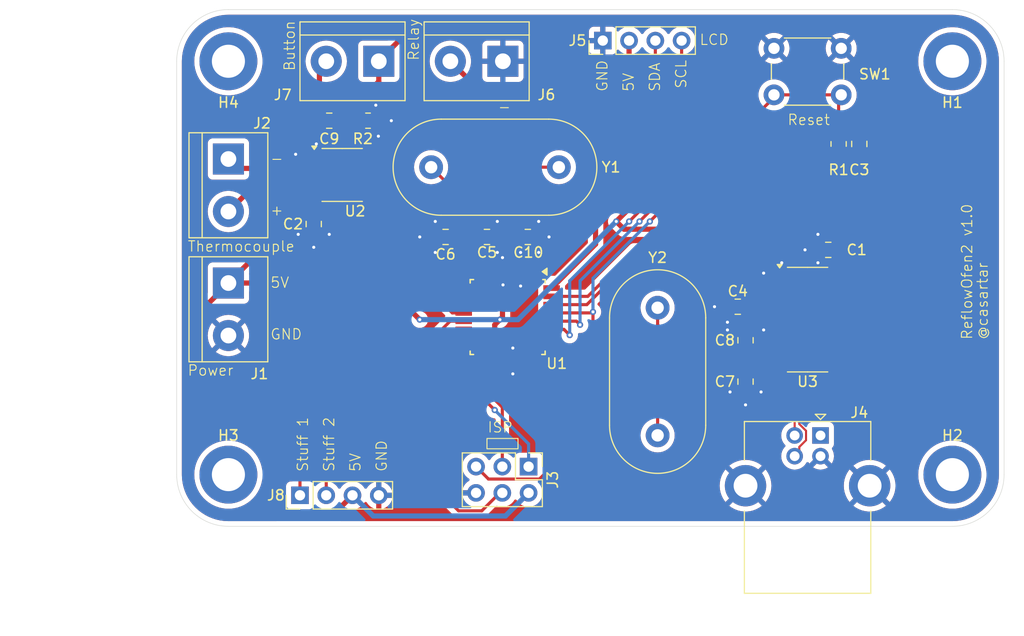
<source format=kicad_pcb>
(kicad_pcb (version 20240108) (generator "pcbnew") (generator_version "8.0")
  (layers (0 "F.Cu" signal) (31 "B.Cu" signal) (34 "B.Paste" user) (35 "F.Paste" user) (36 "B.SilkS" user "B.Silkscreen") (37 "F.SilkS" user "F.Silkscreen") (38 "B.Mask" user) (39 "F.Mask" user) (44 "Edge.Cuts" user))
  (net 0 "")
  (net 1 "RESET")
  (net 2 "GND")
  (net 3 "Net-(U1-XTAL1{slash}PB6)")
  (net 4 "Net-(U1-XTAL2{slash}PB7)")
  (net 5 "+5V")
  (net 6 "Button")
  (net 7 "MISO")
  (net 8 "SCK")
  (net 9 "MOSI")
  (net 10 "SCL")
  (net 11 "SDA")
  (net 12 "Stuff 2")
  (net 13 "Stuff 1")
  (net 16 "Net-(U1-PD7)")
  (net 18 "Net-(U1-PD6)")
  (net 20 "Net-(U1-PD1)")
  (net 23 "Net-(U1-PD0)")
  (net 26 "/D-")
  (net 27 "/D+")
  (net 28 "MAX6675_SCK")
  (net 29 "Net-(U3-~{DTR})")
  (net 30 "Net-(U3-V3)")
  (net 31 "Net-(U3-XO)")
  (net 32 "Net-(U3-XI)")
  (net 37 "Net-(J2-Pin_1)")
  (net 38 "Net-(J2-Pin_2)")
  (net 47 "Relay")
  (footprint "Capacitor_SMD:C_0805_2012Metric" (layer "F.Cu") (at 113.25 120.75 -90)
    (property "Reference" "C2" (at 0 2 180) (layer "F.SilkS"))
    (property "Value" "100nF")
    (pad "1" smd roundrect (at -0.95 0 270) (size 1 1.45) (layers "F.Cu" "F.Paste" "F.Mask") (net 5 "+5V"))
    (pad "2" smd roundrect (at 0.95 0 270) (size 1 1.45) (layers "F.Cu" "F.Paste" "F.Mask") (net 2 "GND"))
  )
  (footprint "Capacitor_SMD:C_0805_2012Metric" (layer "F.Cu") (at 130 122)
    (property "Reference" "C5" (at 0 1.5 0) (layer "F.SilkS"))
    (property "Value" "20pF")
    (pad "1" smd roundrect (at -0.95 0) (size 1 1.45) (layers "F.Cu" "F.Paste" "F.Mask") (net 3 "Net-(U1-XTAL1{slash}PB6)"))
    (pad "2" smd roundrect (at 0.95 0) (size 1 1.45) (layers "F.Cu" "F.Paste" "F.Mask") (net 2 "GND"))
  )
  (footprint "Resistor_SMD:R_0805_2012Metric" (layer "F.Cu") (at 118.5 110.75)
    (property "Reference" "R2" (at -0.5 1.75 360) (layer "F.SilkS"))
    (property "Value" "10k")
    (pad "1" smd roundrect (at -0.9125 0) (size 1.025 1.4) (layers "F.Cu" "F.Paste" "F.Mask") (roundrect_rratio 0.243902) (net 6 "Button"))
    (pad "2" smd roundrect (at 0.9125 0) (size 1.025 1.4) (layers "F.Cu" "F.Paste" "F.Mask") (roundrect_rratio 0.243902) (net 2 "GND"))
  )
  (footprint "Capacitor_SMD:C_0805_2012Metric" (layer "F.Cu") (at 155 136 90)
    (property "Reference" "C7" (at 0 -2 0) (layer "F.SilkS"))
    (property "Value" "20pF")
    (pad "1" smd roundrect (at -0.95 0 90) (size 1 1.45) (layers "F.Cu" "F.Paste" "F.Mask") (net 2 "GND"))
    (pad "2" smd roundrect (at 0.95 0 90) (size 1 1.45) (layers "F.Cu" "F.Paste" "F.Mask") (net 31 "Net-(U3-XO)"))
  )
  (footprint "MountingHole:MountingHole_3.2mm_M3_DIN965_Pad" (layer "F.Cu") (at 105 105)
    (property "Reference" "H4" (at 0 4 0) (layer "F.SilkS"))
    (property "Value" "MountingHole_Pad")
    (pad "1" thru_hole circle (at 0 0) (size 5.6 5.6) (drill 3.2) (layers "*.Cu" "*.Mask"))
  )
  (footprint "Crystal:Crystal_HC51-U_Vertical" (layer "F.Cu") (at 146.5 128.85 -90)
    (property "Reference" "Y2" (at -4.85 0 180) (layer "F.SilkS"))
    (property "Value" "12MHz")
    (pad "1" thru_hole circle (at 0 0 270) (size 2.3 2.3) (drill 1.2) (layers "*.Cu" "*.Mask") (net 32 "Net-(U3-XI)"))
    (pad "2" thru_hole circle (at 12.35 0 270) (size 2.3 2.3) (drill 1.2) (layers "*.Cu" "*.Mask") (net 31 "Net-(U3-XO)"))
  )
  (footprint "Package_QFP:TQFP-32_7x7mm_P0.8mm" (layer "F.Cu") (at 132 129.75 -90)
    (property "Reference" "U1" (at 4.5 -4.75 180) (layer "F.SilkS"))
    (property "Value" "ATmega328P-A")
    (pad "1" smd rect (at -4.25 -2.8 270) (size 1.6 0.55) (layers "F.Cu" "F.Paste" "F.Mask") (net 47 "Relay"))
    (pad "2" smd rect (at -4.25 -2 270) (size 1.6 0.55) (layers "F.Cu" "F.Paste" "F.Mask"))
    (pad "3" smd rect (at -4.25 -1.2 270) (size 1.6 0.55) (layers "F.Cu" "F.Paste" "F.Mask") (net 2 "GND"))
    (pad "4" smd rect (at -4.25 -0.4 270) (size 1.6 0.55) (layers "F.Cu" "F.Paste" "F.Mask") (net 5 "+5V"))
    (pad "5" smd rect (at -4.25 0.4 270) (size 1.6 0.55) (layers "F.Cu" "F.Paste" "F.Mask") (net 2 "GND"))
    (pad "6" smd rect (at -4.25 1.2 270) (size 1.6 0.55) (layers "F.Cu" "F.Paste" "F.Mask") (net 5 "+5V"))
    (pad "7" smd rect (at -4.25 2 270) (size 1.6 0.55) (layers "F.Cu" "F.Paste" "F.Mask") (net 3 "Net-(U1-XTAL1{slash}PB6)"))
    (pad "8" smd rect (at -4.25 2.8 270) (size 1.6 0.55) (layers "F.Cu" "F.Paste" "F.Mask") (net 4 "Net-(U1-XTAL2{slash}PB7)"))
    (pad "9" smd rect (at -2.8 4.25) (size 1.6 0.55) (layers "F.Cu" "F.Paste" "F.Mask"))
    (pad "10" smd rect (at -2 4.25) (size 1.6 0.55) (layers "F.Cu" "F.Paste" "F.Mask") (net 18 "Net-(U1-PD6)"))
    (pad "11" smd rect (at -1.2 4.25) (size 1.6 0.55) (layers "F.Cu" "F.Paste" "F.Mask") (net 16 "Net-(U1-PD7)"))
    (pad "12" smd rect (at -0.4 4.25) (size 1.6 0.55) (layers "F.Cu" "F.Paste" "F.Mask") (net 28 "MAX6675_SCK"))
    (pad "13" smd rect (at 0.4 4.25) (size 1.6 0.55) (layers "F.Cu" "F.Paste" "F.Mask") (net 13 "Stuff 1"))
    (pad "14" smd rect (at 1.2 4.25) (size 1.6 0.55) (layers "F.Cu" "F.Paste" "F.Mask") (net 12 "Stuff 2"))
    (pad "15" smd rect (at 2 4.25) (size 1.6 0.55) (layers "F.Cu" "F.Paste" "F.Mask") (net 9 "MOSI"))
    (pad "16" smd rect (at 2.8 4.25) (size 1.6 0.55) (layers "F.Cu" "F.Paste" "F.Mask") (net 7 "MISO"))
    (pad "17" smd rect (at 4.25 2.8 270) (size 1.6 0.55) (layers "F.Cu" "F.Paste" "F.Mask") (net 8 "SCK"))
    (pad "18" smd rect (at 4.25 2 270) (size 1.6 0.55) (layers "F.Cu" "F.Paste" "F.Mask") (net 5 "+5V"))
    (pad "19" smd rect (at 4.25 1.2 270) (size 1.6 0.55) (layers "F.Cu" "F.Paste" "F.Mask"))
    (pad "20" smd rect (at 4.25 0.4 270) (size 1.6 0.55) (layers "F.Cu" "F.Paste" "F.Mask") (net 5 "+5V"))
    (pad "21" smd rect (at 4.25 -0.4 270) (size 1.6 0.55) (layers "F.Cu" "F.Paste" "F.Mask") (net 2 "GND"))
    (pad "22" smd rect (at 4.25 -1.2 270) (size 1.6 0.55) (layers "F.Cu" "F.Paste" "F.Mask"))
    (pad "23" smd rect (at 4.25 -2 270) (size 1.6 0.55) (layers "F.Cu" "F.Paste" "F.Mask"))
    (pad "24" smd rect (at 4.25 -2.8 270) (size 1.6 0.55) (layers "F.Cu" "F.Paste" "F.Mask"))
    (pad "25" smd rect (at 2.8 -4.25) (size 1.6 0.55) (layers "F.Cu" "F.Paste" "F.Mask"))
    (pad "26" smd rect (at 2 -4.25) (size 1.6 0.55) (layers "F.Cu" "F.Paste" "F.Mask"))
    (pad "27" smd rect (at 1.2 -4.25) (size 1.6 0.55) (layers "F.Cu" "F.Paste" "F.Mask") (net 11 "SDA"))
    (pad "28" smd rect (at 0.4 -4.25) (size 1.6 0.55) (layers "F.Cu" "F.Paste" "F.Mask") (net 10 "SCL"))
    (pad "29" smd rect (at -0.4 -4.25) (size 1.6 0.55) (layers "F.Cu" "F.Paste" "F.Mask") (net 1 "RESET"))
    (pad "30" smd rect (at -1.2 -4.25) (size 1.6 0.55) (layers "F.Cu" "F.Paste" "F.Mask") (net 23 "Net-(U1-PD0)"))
    (pad "31" smd rect (at -2 -4.25) (size 1.6 0.55) (layers "F.Cu" "F.Paste" "F.Mask") (net 20 "Net-(U1-PD1)"))
    (pad "32" smd rect (at -2.8 -4.25) (size 1.6 0.55) (layers "F.Cu" "F.Paste" "F.Mask") (net 6 "Button"))
  )
  (footprint "Package_SO:SOIC-8_3.9x4.9mm_P1.27mm" (layer "F.Cu") (at 116 116)
    (property "Reference" "U2" (at 1.25 3.5 0) (layer "F.SilkS"))
    (property "Value" "MAX6675")
    (pad "1" smd roundrect (at -2.475 -1.905) (size 1.95 0.6) (layers "F.Cu" "F.Paste" "F.Mask") (net 2 "GND"))
    (pad "2" smd roundrect (at -2.475 -0.635) (size 1.95 0.6) (layers "F.Cu" "F.Paste" "F.Mask") (net 37 "Net-(J2-Pin_1)"))
    (pad "3" smd roundrect (at -2.475 0.635) (size 1.95 0.6) (layers "F.Cu" "F.Paste" "F.Mask") (net 38 "Net-(J2-Pin_2)"))
    (pad "4" smd roundrect (at -2.475 1.905) (size 1.95 0.6) (layers "F.Cu" "F.Paste" "F.Mask") (net 5 "+5V"))
    (pad "5" smd roundrect (at 2.475 1.905) (size 1.95 0.6) (layers "F.Cu" "F.Paste" "F.Mask") (net 28 "MAX6675_SCK"))
    (pad "6" smd roundrect (at 2.475 0.635) (size 1.95 0.6) (layers "F.Cu" "F.Paste" "F.Mask") (net 16 "Net-(U1-PD7)"))
    (pad "7" smd roundrect (at 2.475 -0.635) (size 1.95 0.6) (layers "F.Cu" "F.Paste" "F.Mask") (net 18 "Net-(U1-PD6)"))
    (pad "8" smd roundrect (at 2.475 -1.905) (size 1.95 0.6) (layers "F.Cu" "F.Paste" "F.Mask"))
  )
  (footprint "Resistor_SMD:R_0805_2012Metric" (layer "F.Cu") (at 164 113 90)
    (property "Reference" "R1" (at -2.5 0 0) (layer "F.SilkS"))
    (property "Value" "10k")
    (pad "1" smd roundrect (at -0.9125 0 90) (size 1.025 1.4) (layers "F.Cu" "F.Paste" "F.Mask") (roundrect_rratio 0.243902) (net 5 "+5V"))
    (pad "2" smd roundrect (at 0.9125 0 90) (size 1.025 1.4) (layers "F.Cu" "F.Paste" "F.Mask") (roundrect_rratio 0.243902) (net 1 "RESET"))
  )
  (footprint "Connector_USB:USB_B_Lumberg_2411_02_Horizontal" (layer "F.Cu") (at 162.25 141.2125 -90)
    (property "Reference" "J4" (at -2.2125 -3.75 180) (layer "F.SilkS"))
    (property "Value" "USB_B")
    (pad "1" thru_hole rect (at 0 0) (size 1.6 1.6) (drill 0.95) (layers "*.Cu" "*.Mask"))
    (pad "2" thru_hole circle (at 0 2.5) (size 1.6 1.6) (drill 0.95) (layers "*.Cu" "*.Mask") (net 26 "/D-"))
    (pad "3" thru_hole circle (at 2 2.5) (size 1.6 1.6) (drill 0.95) (layers "*.Cu" "*.Mask") (net 27 "/D+"))
    (pad "4" thru_hole circle (at 2 0) (size 1.6 1.6) (drill 0.95) (layers "*.Cu" "*.Mask") (net 2 "GND"))
    (pad "5" thru_hole circle (at 4.86 -4.75) (size 4 4) (drill 2.3) (layers "*.Cu" "*.Mask") (net 2 "GND"))
    (pad "5" thru_hole circle (at 4.86 7.25) (size 4 4) (drill 2.3) (layers "*.Cu" "*.Mask") (net 2 "GND"))
  )
  (footprint "Capacitor_SMD:C_0805_2012Metric" (layer "F.Cu") (at 166 113 -90)
    (property "Reference" "C3" (at 2.5 0 180) (layer "F.SilkS"))
    (property "Value" "100nF")
    (pad "1" smd roundrect (at -0.95 0 270) (size 1 1.45) (layers "F.Cu" "F.Paste" "F.Mask") (net 1 "RESET"))
    (pad "2" smd roundrect (at 0.95 0 270) (size 1 1.45) (layers "F.Cu" "F.Paste" "F.Mask") (net 29 "Net-(U3-~{DTR})"))
  )
  (footprint "MountingHole:MountingHole_3.2mm_M3_DIN965_Pad" (layer "F.Cu") (at 175 105)
    (property "Reference" "H1" (at 0 4 0) (layer "F.SilkS"))
    (property "Value" "MountingHole_Pad")
    (pad "1" thru_hole circle (at 0 0) (size 5.6 5.6) (drill 3.2) (layers "*.Cu" "*.Mask"))
  )
  (footprint "Package_SO:SOIC-16_3.9x9.9mm_P1.27mm" (layer "F.Cu") (at 161 130)
    (property "Reference" "U3" (at 0 6 360) (layer "F.SilkS"))
    (property "Value" "CH340G")
    (pad "1" smd roundrect (at -2.475 -4.445) (size 1.95 0.6) (layers "F.Cu" "F.Paste" "F.Mask") (net 2 "GND"))
    (pad "2" smd roundrect (at -2.475 -3.175) (size 1.95 0.6) (layers "F.Cu" "F.Paste" "F.Mask") (net 23 "Net-(U1-PD0)"))
    (pad "3" smd roundrect (at -2.475 -1.905) (size 1.95 0.6) (layers "F.Cu" "F.Paste" "F.Mask") (net 20 "Net-(U1-PD1)"))
    (pad "4" smd roundrect (at -2.475 -0.635) (size 1.95 0.6) (layers "F.Cu" "F.Paste" "F.Mask") (net 30 "Net-(U3-V3)"))
    (pad "5" smd roundrect (at -2.475 0.635) (size 1.95 0.6) (layers "F.Cu" "F.Paste" "F.Mask") (net 27 "/D+"))
    (pad "6" smd roundrect (at -2.475 1.905) (size 1.95 0.6) (layers "F.Cu" "F.Paste" "F.Mask") (net 26 "/D-"))
    (pad "7" smd roundrect (at -2.475 3.175) (size 1.95 0.6) (layers "F.Cu" "F.Paste" "F.Mask") (net 32 "Net-(U3-XI)"))
    (pad "8" smd roundrect (at -2.475 4.445) (size 1.95 0.6) (layers "F.Cu" "F.Paste" "F.Mask") (net 31 "Net-(U3-XO)"))
    (pad "9" smd roundrect (at 2.475 4.445) (size 1.95 0.6) (layers "F.Cu" "F.Paste" "F.Mask"))
    (pad "10" smd roundrect (at 2.475 3.175) (size 1.95 0.6) (layers "F.Cu" "F.Paste" "F.Mask"))
    (pad "11" smd roundrect (at 2.475 1.905) (size 1.95 0.6) (layers "F.Cu" "F.Paste" "F.Mask"))
    (pad "12" smd roundrect (at 2.475 0.635) (size 1.95 0.6) (layers "F.Cu" "F.Paste" "F.Mask"))
    (pad "13" smd roundrect (at 2.475 -0.635) (size 1.95 0.6) (layers "F.Cu" "F.Paste" "F.Mask") (net 29 "Net-(U3-~{DTR})"))
    (pad "14" smd roundrect (at 2.475 -1.905) (size 1.95 0.6) (layers "F.Cu" "F.Paste" "F.Mask"))
    (pad "15" smd roundrect (at 2.475 -3.175) (size 1.95 0.6) (layers "F.Cu" "F.Paste" "F.Mask"))
    (pad "16" smd roundrect (at 2.475 -4.445) (size 1.95 0.6) (layers "F.Cu" "F.Paste" "F.Mask") (net 5 "+5V"))
  )
  (footprint "TerminalBlock:TerminalBlock_bornier-2_P5.08mm" (layer "F.Cu") (at 131.54 105 180)
    (property "Reference" "J6" (at -4.21 -3.25 180) (layer "F.SilkS"))
    (property "Value" "Relay Output")
    (pad "1" thru_hole rect (at 0 0 180) (size 3 3) (drill 1.52) (layers "*.Cu" "*.Mask") (net 2 "GND"))
    (pad "2" thru_hole circle (at 5.08 0 180) (size 3 3) (drill 1.52) (layers "*.Cu" "*.Mask") (net 47 "Relay"))
  )
  (footprint "Connector_PinHeader_2.54mm:PinHeader_2x03_P2.54mm_Vertical" (layer "F.Cu") (at 134.025 144.225 -90)
    (property "Reference" "J3" (at 1.27 -2.33 90) (layer "F.SilkS"))
    (property "Value" "ISP")
    (pad "1" thru_hole rect (at 0 0 270) (size 1.7 1.7) (drill 1) (layers "*.Cu" "*.Mask") (net 7 "MISO"))
    (pad "2" thru_hole oval (at 2.54 0 270) (size 1.7 1.7) (drill 1) (layers "*.Cu" "*.Mask") (net 5 "+5V"))
    (pad "3" thru_hole oval (at 0 2.54 270) (size 1.7 1.7) (drill 1) (layers "*.Cu" "*.Mask") (net 8 "SCK"))
    (pad "4" thru_hole oval (at 2.54 2.54 270) (size 1.7 1.7) (drill 1) (layers "*.Cu" "*.Mask") (net 9 "MOSI"))
    (pad "5" thru_hole oval (at 0 5.08 270) (size 1.7 1.7) (drill 1) (layers "*.Cu" "*.Mask") (net 1 "RESET"))
    (pad "6" thru_hole oval (at 2.54 5.08 270) (size 1.7 1.7) (drill 1) (layers "*.Cu" "*.Mask") (net 2 "GND"))
  )
  (footprint "Connector_PinHeader_2.54mm:PinHeader_1x04_P2.54mm_Vertical" (layer "F.Cu") (at 141.2 103 90)
    (property "Reference" "J5" (at 0 -2.45 0) (layer "F.SilkS"))
    (property "Value" "LCD")
    (pad "1" thru_hole rect (at 0 0 90) (size 1.7 1.7) (drill 1) (layers "*.Cu" "*.Mask") (net 2 "GND"))
    (pad "2" thru_hole oval (at 0 2.54 90) (size 1.7 1.7) (drill 1) (layers "*.Cu" "*.Mask") (net 5 "+5V"))
    (pad "3" thru_hole oval (at 0 5.08 90) (size 1.7 1.7) (drill 1) (layers "*.Cu" "*.Mask") (net 11 "SDA"))
    (pad "4" thru_hole oval (at 0 7.62 90) (size 1.7 1.7) (drill 1) (layers "*.Cu" "*.Mask") (net 10 "SCL"))
  )
  (footprint "Crystal:Crystal_HC51-U_Vertical" (layer "F.Cu") (at 124.6 115.25)
    (property "Reference" "Y1" (at 17.4 0 0) (layer "F.SilkS"))
    (property "Value" "16MHz")
    (pad "1" thru_hole circle (at 0 0) (size 2.3 2.3) (drill 1.2) (layers "*.Cu" "*.Mask") (net 4 "Net-(U1-XTAL2{slash}PB7)"))
    (pad "2" thru_hole circle (at 12.35 0) (size 2.3 2.3) (drill 1.2) (layers "*.Cu" "*.Mask") (net 3 "Net-(U1-XTAL1{slash}PB6)"))
  )
  (footprint "Capacitor_SMD:C_0805_2012Metric" (layer "F.Cu") (at 155 132 -90)
    (property "Reference" "C8" (at 0 2 180) (layer "F.SilkS"))
    (property "Value" "20pF")
    (pad "1" smd roundrect (at -0.95 0 270) (size 1 1.45) (layers "F.Cu" "F.Paste" "F.Mask") (net 2 "GND"))
    (pad "2" smd roundrect (at 0.95 0 270) (size 1 1.45) (layers "F.Cu" "F.Paste" "F.Mask") (net 32 "Net-(U3-XI)"))
  )
  (footprint "TerminalBlock:TerminalBlock_bornier-2_P5.08mm" (layer "F.Cu") (at 105 126.46 -90)
    (property "Reference" "J1" (at 8.79 -3 180) (layer "F.SilkS"))
    (property "Value" "Power")
    (pad "1" thru_hole rect (at 0 0 270) (size 3 3) (drill 1.52) (layers "*.Cu" "*.Mask") (net 5 "+5V"))
    (pad "2" thru_hole circle (at 5.08 0 270) (size 3 3) (drill 1.52) (layers "*.Cu" "*.Mask") (net 2 "GND"))
  )
  (footprint "Capacitor_SMD:C_0805_2012Metric" (layer "F.Cu") (at 154.25 128.75 180)
    (property "Reference" "C4" (at 0 1.5 0) (layer "F.SilkS"))
    (property "Value" "100nF")
    (pad "1" smd roundrect (at -0.95 0 180) (size 1 1.45) (layers "F.Cu" "F.Paste" "F.Mask") (net 30 "Net-(U3-V3)"))
    (pad "2" smd roundrect (at 0.95 0 180) (size 1 1.45) (layers "F.Cu" "F.Paste" "F.Mask") (net 2 "GND"))
  )
  (footprint "TerminalBlock:TerminalBlock_bornier-2_P5.08mm" (layer "F.Cu") (at 105 114.46 -90)
    (property "Reference" "J2" (at -3.46 -3.25 180) (layer "F.SilkS"))
    (property "Value" "Thermocouple")
    (pad "1" thru_hole rect (at 0 0 270) (size 3 3) (drill 1.52) (layers "*.Cu" "*.Mask") (net 37 "Net-(J2-Pin_1)"))
    (pad "2" thru_hole circle (at 5.08 0 270) (size 3 3) (drill 1.52) (layers "*.Cu" "*.Mask") (net 38 "Net-(J2-Pin_2)"))
  )
  (footprint "TerminalBlock:TerminalBlock_bornier-2_P5.08mm" (layer "F.Cu") (at 119.54 105 180)
    (property "Reference" "J7" (at 9.29 -3.25 180) (layer "F.SilkS"))
    (property "Value" "Button Input")
    (pad "1" thru_hole rect (at 0 0 180) (size 3 3) (drill 1.52) (layers "*.Cu" "*.Mask") (net 6 "Button"))
    (pad "2" thru_hole circle (at 5.08 0 180) (size 3 3) (drill 1.52) (layers "*.Cu" "*.Mask") (net 5 "+5V"))
  )
  (footprint "Button_Switch_THT:SW_PUSH_6mm" (layer "F.Cu") (at 157.75 103.75)
    (property "Reference" "SW1" (at 9.75 2.5 0) (layer "F.SilkS"))
    (property "Value" "SW_Push")
    (pad "1" thru_hole circle (at 0 0 90) (size 2 2) (drill 1.1) (layers "*.Cu" "*.Mask") (net 2 "GND"))
    (pad "1" thru_hole circle (at 6.5 0 90) (size 2 2) (drill 1.1) (layers "*.Cu" "*.Mask") (net 2 "GND"))
    (pad "2" thru_hole circle (at 0 4.5 90) (size 2 2) (drill 1.1) (layers "*.Cu" "*.Mask") (net 1 "RESET"))
    (pad "2" thru_hole circle (at 6.5 4.5 90) (size 2 2) (drill 1.1) (layers "*.Cu" "*.Mask") (net 1 "RESET"))
  )
  (footprint "Capacitor_SMD:C_0805_2012Metric" (layer "F.Cu") (at 163 123.25 180)
    (property "Reference" "C1" (at -2.75 0 180) (layer "F.SilkS"))
    (property "Value" "100nF")
    (pad "1" smd roundrect (at -0.95 0 180) (size 1 1.45) (layers "F.Cu" "F.Paste" "F.Mask") (net 5 "+5V"))
    (pad "2" smd roundrect (at 0.95 0 180) (size 1 1.45) (layers "F.Cu" "F.Paste" "F.Mask") (net 2 "GND"))
  )
  (footprint "Capacitor_SMD:C_0805_2012Metric" (layer "F.Cu") (at 126 122 180)
    (property "Reference" "C6" (at 0 -1.68 180) (layer "F.SilkS"))
    (property "Value" "20pF")
    (pad "1" smd roundrect (at -0.95 0 180) (size 1 1.45) (layers "F.Cu" "F.Paste" "F.Mask") (net 4 "Net-(U1-XTAL2{slash}PB7)"))
    (pad "2" smd roundrect (at 0.95 0 180) (size 1 1.45) (layers "F.Cu" "F.Paste" "F.Mask") (net 2 "GND"))
  )
  (footprint "Connector_PinHeader_2.54mm:PinHeader_1x04_P2.54mm_Vertical" (layer "F.Cu") (at 111.92 147 90)
    (property "Reference" "J8" (at 0 -2.33 0) (layer "F.SilkS"))
    (property "Value" "Stuff")
    (pad "1" thru_hole rect (at 0 0 90) (size 1.7 1.7) (drill 1) (layers "*.Cu" "*.Mask") (net 13 "Stuff 1"))
    (pad "2" thru_hole oval (at 0 2.54 90) (size 1.7 1.7) (drill 1) (layers "*.Cu" "*.Mask") (net 12 "Stuff 2"))
    (pad "3" thru_hole oval (at 0 5.08 90) (size 1.7 1.7) (drill 1) (layers "*.Cu" "*.Mask") (net 5 "+5V"))
    (pad "4" thru_hole oval (at 0 7.62 90) (size 1.7 1.7) (drill 1) (layers "*.Cu" "*.Mask") (net 2 "GND"))
  )
  (footprint "MountingHole:MountingHole_3.2mm_M3_DIN965_Pad" (layer "F.Cu") (at 175 145)
    (property "Reference" "H2" (at 0 -3.8 0) (layer "F.SilkS"))
    (property "Value" "MountingHole_Pad")
    (pad "1" thru_hole circle (at 0 0) (size 5.6 5.6) (drill 3.2) (layers "*.Cu" "*.Mask"))
  )
  (footprint "Capacitor_SMD:C_0805_2012Metric" (layer "F.Cu") (at 114.75 110.75)
    (property "Reference" "C9" (at 0 1.75 0) (layer "F.SilkS"))
    (property "Value" "100nF")
    (pad "1" smd roundrect (at -0.95 0) (size 1 1.45) (layers "F.Cu" "F.Paste" "F.Mask") (net 5 "+5V"))
    (pad "2" smd roundrect (at 0.95 0) (size 1 1.45) (layers "F.Cu" "F.Paste" "F.Mask") (net 6 "Button"))
  )
  (footprint "MountingHole:MountingHole_3.2mm_M3_DIN965_Pad" (layer "F.Cu") (at 105 145)
    (property "Reference" "H3" (at 0 -3.8 0) (layer "F.SilkS"))
    (property "Value" "MountingHole_Pad")
    (pad "1" thru_hole circle (at 0 0) (size 5.6 5.6) (drill 3.2) (layers "*.Cu" "*.Mask"))
  )
  (footprint "Capacitor_SMD:C_0805_2012Metric" (layer "F.Cu") (at 133.95 122)
    (property "Reference" "C10" (at 0.05 1.5 0) (layer "F.SilkS"))
    (property "Value" "100nF")
    (pad "1" smd roundrect (at -0.95 0) (size 1 1.45) (layers "F.Cu" "F.Paste" "F.Mask") (net 5 "+5V"))
    (pad "2" smd roundrect (at 0.95 0) (size 1 1.45) (layers "F.Cu" "F.Paste" "F.Mask") (net 2 "GND"))
  )
  (gr_rect (start 130 141.5) (end 133 142.5) (stroke (width 0.1)) (fill none) (layer "F.SilkS"))
  (gr_arc (start 100 105) (mid 101.464466 101.464466) (end 105 100) (stroke (width 0.05)) (layer "Edge.Cuts"))
  (gr_arc (start 180 145) (mid 178.535534 148.535534) (end 175 150) (stroke (width 0.05)) (layer "Edge.Cuts"))
  (gr_line (start 175 100) (end 105 100) (stroke (width 0.05)) (layer "Edge.Cuts"))
  (gr_line (start 105 150) (end 175 150) (stroke (width 0.05)) (layer "Edge.Cuts"))
  (gr_line (start 180 145) (end 180 105) (stroke (width 0.05)) (layer "Edge.Cuts"))
  (gr_arc (start 175 100) (mid 178.535534 101.464466) (end 180 105) (stroke (width 0.05)) (layer "Edge.Cuts"))
  (gr_line (start 100 105) (end 100 145) (stroke (width 0.05)) (layer "Edge.Cuts"))
  (gr_arc (start 105 150) (mid 101.464466 148.535534) (end 100 145) (stroke (width 0.05)) (layer "Edge.Cuts"))
  (gr_text "LCD" (at 150.5 103.5 0) (layer "F.SilkS") (effects (font (size 1 1) (thickness 0.1)) (justify left bottom)))
  (gr_text "+" (at 109 120 0) (layer "F.SilkS") (effects (font (size 1 1) (thickness 0.1)) (justify left bottom)))
  (gr_text "SCL" (at 149.352 107.696 90) (layer "F.SilkS") (effects (font (size 1 1) (thickness 0.1)) (justify left bottom)))
  (gr_text "-" (at 131 110 0) (layer "F.SilkS") (effects (font (size 1 1) (thickness 0.1)) (justify left bottom)))
  (gr_text "Relay" (at 123.5 105 90) (layer "F.SilkS") (effects (font (size 1 1) (thickness 0.1)) (justify left bottom)))
  (gr_text "GND" (at 120.396 144.78 90) (layer "F.SilkS") (effects (font (size 1 1) (thickness 0.1)) (justify left bottom)))
  (gr_text "Button" (at 111.5 106 90) (layer "F.SilkS") (effects (font (size 1 1) (thickness 0.1)) (justify left bottom)))
  (gr_text "5V" (at 144.272 108 90) (layer "F.SilkS") (effects (font (size 1 1) (thickness 0.1)) (justify left bottom)))
  (gr_text "5V" (at 109 127 0) (layer "F.SilkS") (effects (font (size 1 1) (thickness 0.1)) (justify left bottom)))
  (gr_text "ISP" (at 130 141 0) (layer "F.SilkS") (effects (font (size 1 1) (thickness 0.1)) (justify left bottom)))
  (gr_text "@casartar" (at 178.5 132 90) (layer "F.SilkS") (effects (font (size 1 1) (thickness 0.1)) (justify left bottom)))
  (gr_text "Thermocouple" (at 101 123.5 0) (layer "F.SilkS") (effects (font (size 1 1) (thickness 0.1)) (justify left bottom)))
  (gr_text "Power" (at 101 135.5 0) (layer "F.SilkS") (effects (font (size 1 1) (thickness 0.1)) (justify left bottom)))
  (gr_text "GND" (at 109 132 0) (layer "F.SilkS") (effects (font (size 1 1) (thickness 0.1)) (justify left bottom)))
  (gr_text "Stuff 1" (at 112.776 144.78 90) (layer "F.SilkS") (effects (font (size 1 1) (thickness 0.1)) (justify left bottom)))
  (gr_text "Stuff 2" (at 115.316 144.78 90) (layer "F.SilkS") (effects (font (size 1 1) (thickness 0.1)) (justify left bottom)))
  (gr_text "5V" (at 117.856 144.78 90) (layer "F.SilkS") (effects (font (size 1 1) (thickness 0.1)) (justify left bottom)))
  (gr_text "Reset" (at 159 111.25 0) (layer "F.SilkS") (effects (font (size 1 1) (thickness 0.1)) (justify left bottom)))
  (gr_text "ReflowOfen2 v1.0" (at 177 132 90) (layer "F.SilkS") (effects (font (size 1 1) (thickness 0.1)) (justify left bottom)))
  (gr_text "-" (at 109 115 0) (layer "F.SilkS") (effects (font (size 1 1) (thickness 0.1)) (justify left bottom)))
  (gr_text "GND" (at 141.732 108 90) (layer "F.SilkS") (effects (font (size 1 1) (thickness 0.1)) (justify left bottom)))
  (gr_text "SDA" (at 146.812 108 90) (layer "F.SilkS") (effects (font (size 1 1) (thickness 0.1)) (justify left bottom)))
  (segment (start 164 108.5) (end 164.25 108.25) (width 0.3) (layer "F.Cu") (net 1))
  (segment (start 130.145 145.425) (end 135.075 145.425) (width 0.3) (layer "F.Cu") (net 1))
  (segment (start 140.25 140.25) (end 140.25 129.25) (width 0.3) (layer "F.Cu") (net 1))
  (segment (start 164 112.0875) (end 164 108.5) (width 0.3) (layer "F.Cu") (net 1))
  (segment (start 145.75 120.5) (end 157.75 108.5) (width 0.3) (layer "F.Cu") (net 1))
  (segment (start 164.25 108.25) (end 157.75 108.25) (width 0.3) (layer "F.Cu") (net 1))
  (segment (start 140.15 129.35) (end 140.25 129.25) (width 0.3) (layer "F.Cu") (net 1))
  (segment (start 128.945 144.225) (end 130.145 145.425) (width 0.3) (layer "F.Cu") (net 1))
  (segment (start 157.75 108.5) (end 157.75 108.25) (width 0.3) (layer "F.Cu") (net 1))
  (segment (start 164 112.0875) (end 165.9625 112.0875) (width 0.3) (layer "F.Cu") (net 1))
  (segment (start 165.9625 112.0875) (end 166 112.05) (width 0.3) (layer "F.Cu") (net 1))
  (segment (start 136.25 129.35) (end 140.15 129.35) (width 0.3) (layer "F.Cu") (net 1))
  (segment (start 135.075 145.425) (end 140.25 140.25) (width 0.3) (layer "F.Cu") (net 1))
  (via (at 140.25 129.25) (size 0.6) (drill 0.3) (layers "F.Cu" "B.Cu") (net 1))
  (via (at 145.75 120.5) (size 0.6) (drill 0.3) (layers "F.Cu" "B.Cu") (net 1))
  (segment (start 145.75 120.5) (end 140.25 126) (width 0.3) (layer "B.Cu") (net 1))
  (segment (start 140.25 126) (end 140.25 129.25) (width 0.3) (layer "B.Cu") (net 1))
  (segment (start 133.2 125.5) (end 133.2 123.55) (width 0.5) (layer "F.Cu") (net 2))
  (segment (start 132.4 134) (end 132.4 135.15) (width 0.5) (layer "F.Cu") (net 2))
  (segment (start 131.6 125.5) (end 131.6 124.1) (width 0.5) (layer "F.Cu") (net 2))
  (segment (start 133.2 126.7) (end 133.25 126.75) (width 0.5) (layer "F.Cu") (net 2))
  (segment (start 132.4 135.15) (end 132.5 135.25) (width 0.5) (layer "F.Cu") (net 2))
  (segment (start 132.4 134) (end 132.4 132.85) (width 0.5) (layer "F.Cu") (net 2))
  (segment (start 133.2 123.55) (end 133.25 123.5) (width 0.5) (layer "F.Cu") (net 2))
  (segment (start 131.6 125.5) (end 131.6 126.589341) (width 0.5) (layer "F.Cu") (net 2))
  (segment (start 132.4 132.85) (end 132.5 132.75) (width 0.5) (layer "F.Cu") (net 2))
  (segment (start 131.6 124.1) (end 131.5 124) (width 0.5) (layer "F.Cu") (net 2))
  (segment (start 133.2 125.5) (end 133.2 126.7) (width 0.5) (layer "F.Cu") (net 2))
  (segment (start 131.6 126.589341) (end 131.55 126.639341) (width 0.5) (layer "F.Cu") (net 2))
  (via (at 133.25 126.75) (size 0.6) (drill 0.3) (layers "F.Cu" "B.Cu") (net 2))
  (via (at 131 123.5) (size 0.6) (drill 0.3) (layers "F.Cu" "B.Cu") (net 2))
  (via (at 156.75 125.5) (size 0.6) (drill 0.3) (layers "F.Cu" "B.Cu") (net 2))
  (via (at 114.75 121.75) (size 0.6) (drill 0.3) (layers "F.Cu" "B.Cu") (net 2))
  (via (at 111.75 121.75) (size 0.6) (drill 0.3) (layers "F.Cu" "B.Cu") (net 2))
  (via (at 162 124.5) (size 0.6) (drill 0.3) (layers "F.Cu" "B.Cu") (net 2))
  (via (at 155 138.25) (size 0.6) (drill 0.3) (layers "F.Cu" "B.Cu") (net 2))
  (via (at 162 121.75) (size 0.6) (drill 0.3) (layers "F.Cu" "B.Cu") (net 2))
  (via (at 156.5 137) (size 0.6) (drill 0.3) (layers "F.Cu" "B.Cu") (net 2))
  (via (at 132.5 135.25) (size 0.6) (drill 0.3) (layers "F.Cu" "B.Cu") (net 2))
  (via (at 120.75 110.75) (size 0.6) (drill 0.3) (layers "F.Cu" "B.Cu") (net 2))
  (via (at 131 120.5) (size 0.6) (drill 0.3) (layers "F.Cu" "B.Cu") (net 2))
  (via (at 111.5 114) (size 0.6) (drill 0.3) (layers "F.Cu" "B.Cu") (net 2))
  (via (at 135 120.5) (size 0.6) (drill 0.3) (layers "F.Cu" "B.Cu") (net 2))
  (via (at 156.75 131) (size 0.6) (drill 0.3) (layers "F.Cu" "B.Cu") (net 2))
  (via (at 153.25 131) (size 0.6) (drill 0.3) (layers "F.Cu" "B.Cu") (net 2))
  (via (at 133.25 123.5) (size 0.6) (drill 0.3) (layers "F.Cu" "B.Cu") (net 2))
  (via (at 113.25 123) (size 0.6) (drill 0.3) (layers "F.Cu" "B.Cu") (net 2))
  (via (at 153.25 130.25) (size 0.6) (drill 0.3) (layers "F.Cu" "B.Cu") (net 2))
  (via (at 119.5 112.25) (size 0.6) (drill 0.3) (layers "F.Cu" "B.Cu") (net 2))
  (via (at 135 123.5) (size 0.6) (drill 0.3) (layers "F.Cu" "B.Cu") (net 2))
  (via (at 113.5 113) (size 0.6) (drill 0.3) (layers "F.Cu" "B.Cu") (net 2))
  (via (at 152 128.75) (size 0.6) (drill 0.3) (layers "F.Cu" "B.Cu") (net 2))
  (via (at 158.5 124.5) (size 0.6) (drill 0.3) (layers "F.Cu" "B.Cu") (net 2))
  (via (at 153.5 137) (size 0.6) (drill 0.3) (layers "F.Cu" "B.Cu") (net 2))
  (via (at 136 122) (size 0.6) (drill 0.3) (layers "F.Cu" "B.Cu") (net 2))
  (via (at 131.55 126.639341) (size 0.6) (drill 0.3) (layers "F.Cu" "B.Cu") (net 2))
  (via (at 125 120.5) (size 0.6) (drill 0.3) (layers "F.Cu" "B.Cu") (net 2))
  (via (at 123.5 122) (size 0.6) (drill 0.3) (layers "F.Cu" "B.Cu") (net 2))
  (via (at 160.75 123.25) (size 0.6) (drill 0.3) (layers "F.Cu" "B.Cu") (net 2))
  (via (at 131.5 124) (size 0.6) (drill 0.3) (layers "F.Cu" "B.Cu") (net 2))
  (via (at 125 123.5) (size 0.6) (drill 0.3) (layers "F.Cu" "B.Cu") (net 2))
  (via (at 119.25 109.25) (size 0.6) (drill 0.3) (layers "F.Cu" "B.Cu") (net 2))
  (via (at 132.5 132.75) (size 0.6) (drill 0.3) (layers "F.Cu" "B.Cu") (net 2))
  (segment (start 133.5 115.25) (end 136.95 115.25) (width 0.3) (layer "F.Cu") (net 3))
  (segment (start 130 125.25) (end 130.05 125.2) (width 0.3) (layer "F.Cu") (net 3))
  (segment (start 130 125.5) (end 130 125.25) (width 0.3) (layer "F.Cu") (net 3))
  (segment (start 130 122.95) (end 129.05 122) (width 0.3) (layer "F.Cu") (net 3))
  (segment (start 129.05 122) (end 129.05 119.7) (width 0.3) (layer "F.Cu") (net 3))
  (segment (start 130 125.5) (end 130 122.95) (width 0.3) (layer "F.Cu") (net 3))
  (segment (start 129.05 119.7) (end 133.5 115.25) (width 0.3) (layer "F.Cu") (net 3))
  (segment (start 126.95 117.6) (end 124.6 115.25) (width 0.3) (layer "F.Cu") (net 4))
  (segment (start 126.95 122) (end 126.95 117.6) (width 0.3) (layer "F.Cu") (net 4))
  (segment (start 129.2 124.25) (end 126.95 122) (width 0.3) (layer "F.Cu") (net 4))
  (segment (start 129.2 125.5) (end 129.2 124.25) (width 0.3) (layer "F.Cu") (net 4))
  (segment (start 115.75 116.75) (end 115.75 113.5) (width 0.5) (layer "F.Cu") (net 5))
  (segment (start 163.95 120) (end 163.95 113.9625) (width 0.5) (layer "F.Cu") (net 5))
  (segment (start 114.595 117.905) (end 115.75 116.75) (width 0.5) (layer "F.Cu") (net 5))
  (segment (start 111.66 119.8) (end 113.25 119.8) (width 0.5) (layer "F.Cu") (net 5))
  (segment (start 132.4 126.85) (end 132.4 125.5) (width 0.5) (layer "F.Cu") (net 5))
  (segment (start 113.8 105.7) (end 113.8 110.75) (width 0.5) (layer "F.Cu") (net 5))
  (segment (start 109.25 147.75) (end 110.25 148.75) (width 0.5) (layer "F.Cu") (net 5))
  (segment (start 113.525 119.525) (end 113.25 119.8) (width 0.5) (layer "F.Cu") (net 5))
  (segment (start 123.5 130) (end 119.96 126.46) (width 0.5) (layer "F.Cu") (net 5))
  (segment (start 163.95 123.25) (end 163.95 125.08) (width 0.5) (layer "F.Cu") (net 5))
  (segment (start 115.75 113.5) (end 113.8 111.55) (width 0.5) (layer "F.Cu") (net 5))
  (segment (start 113.525 117.905) (end 114.595 117.905) (width 0.5) (layer "F.Cu") (net 5))
  (segment (start 163.95 125.08) (end 163.475 125.555) (width 0.5) (layer "F.Cu") (net 5))
  (segment (start 114.46 105) (end 114.46 105.04) (width 0.5) (layer "F.Cu") (net 5))
  (segment (start 130.8 125.5) (end 130.8 127.05) (width 0.5) (layer "F.Cu") (net 5))
  (segment (start 163.95 113.9625) (end 164 113.9125) (width 0.5) (layer "F.Cu") (net 5))
  (segment (start 115.25 148.75) (end 117 147) (width 0.5) (layer "F.Cu") (net 5))
  (segment (start 131.6 132.6) (end 131.6 134) (width 0.5) (layer "F.Cu") (net 5))
  (segment (start 130 134) (end 130 132.5) (width 0.5) (layer "F.Cu") (net 5))
  (segment (start 163.95 123.25) (end 163.95 121.75) (width 0.5) (layer "F.Cu") (net 5))
  (segment (start 113.525 117.905) (end 113.525 119.525) (width 0.5) (layer "F.Cu") (net 5))
  (segment (start 160.75 120) (end 163.95 120) (width 0.5) (layer "F.Cu") (net 5))
  (segment (start 132.4 122.6) (end 133 122) (width 0.5) (layer "F.Cu") (net 5))
  (segment (start 109.25 142) (end 109.25 147.75) (width 0.5) (layer "F.Cu") (net 5))
  (segment (start 113.8 111.55) (end 113.8 110.75) (width 0.5) (layer "F.Cu") (net 5))
  (segment (start 142.5 120.5) (end 143.74 119.26) (width 0.5) (layer "F.Cu") (net 5))
  (segment (start 131.5 129.75) (end 131.5 127.75) (width 0.5) (layer "F.Cu") (net 5))
  (segment (start 110.25 148.75) (end 115.25 148.75) (width 0.5) (layer "F.Cu") (net 5))
  (segment (start 130 132.5) (end 130.75 131.75) (width 0.5) (layer "F.Cu") (net 5))
  (segment (start 105 126.46) (end 111.66 119.8) (width 0.5) (layer "F.Cu") (net 5))
  (segment (start 130.75 131.75) (end 130.75 130.5) (width 0.5) (layer "F.Cu") (net 5))
  (segment (start 163.95 121.75) (end 163.95 120) (width 0.5) (layer "F.Cu") (net 5))
  (segment (start 102 134.75) (end 109.25 142) (width 0.5) (layer "F.Cu") (net 5))
  (segment (start 131.5 127.75) (end 132.4 126.85) (width 0.5) (layer "F.Cu") (net 5))
  (segment (start 130.8 127.05) (end 131.5 127.75) (width 0.5) (layer "F.Cu") (net 5))
  (segment (start 119.96 126.46) (end 105 126.46) (width 0.5) (layer "F.Cu") (net 5))
  (segment (start 102 129.5) (end 102 134.75) (width 0.5) (layer "F.Cu") (net 5))
  (segment (start 159.5 121.25) (end 160.75 120) (width 0.5) (layer "F.Cu") (net 5))
  (segment (start 142.5 120.5) (end 143.25 121.25) (width 0.5) (layer "F.Cu") (net 5))
  (segment (start 130.75 131.75) (end 131.6 132.6) (width 0.5) (layer "F.Cu") (net 5))
  (segment (start 114.46 105.04) (end 113.8 105.7) (width 0.5) (layer "F.Cu") (net 5))
  (segment (start 132.4 125.5) (end 132.4 122.6) (width 0.5) (layer "F.Cu") (net 5))
  (segment (start 143.25 121.25) (end 159.5 121.25) (width 0.5) (layer "F.Cu") (net 5))
  (segment (start 105 126.46) (end 105 126.5) (width 0.5) (layer "F.Cu") (net 5))
  (segment (start 105 126.5) (end 102 129.5) (width 0.5) (layer "F.Cu") (net 5))
  (segment (start 143.74 119.26) (end 143.74 103) (width 0.5) (layer "F.Cu") (net 5))
  (segment (start 130.75 130.5) (end 131.5 129.75) (width 0.5) (layer "F.Cu") (net 5))
  (via (at 131.25 130) (size 0.6) (drill 0.3) (layers "F.Cu" "B.Cu") (net 5))
  (via (at 142.5 120.5) (size 0.6) (drill 0.3) (layers "F.Cu" "B.Cu") (net 5))
  (via (at 123.5 130) (size 0.6) (drill 0.3) (layers "F.Cu" "B.Cu") (net 5))
  (segment (start 131.25 130) (end 133 130) (width 0.5) (layer "B.Cu") (net 5))
  (segment (start 131.79 149) (end 134.025 146.765) (width 0.5) (layer "B.Cu") (net 5))
  (segment (start 131.25 130) (end 123.5 130) (width 0.5) (layer "B.Cu") (net 5))
  (segment (start 133 130) (end 142.5 120.5) (width 0.5) (layer "B.Cu") (net 5))
  (segment (start 119 149) (end 131.79 149) (width 0.5) (layer "B.Cu") (net 5))
  (segment (start 117 147) (end 119 149) (width 0.5) (layer "B.Cu") (net 5))
  (segment (start 122.75 101.75) (end 134 101.75) (width 0.5) (layer "F.Cu") (net 6))
  (segment (start 119.54 104.96) (end 122.75 101.75) (width 0.5) (layer "F.Cu") (net 6))
  (segment (start 119.54 105) (end 119.54 106.96) (width 0.5) (layer "F.Cu") (net 6))
  (segment (start 115.7 110.75) (end 117.5875 110.75) (width 0.5) (layer "F.Cu") (net 6))
  (segment (start 140.5 108.25) (end 140.5 122.7) (width 0.5) (layer "F.Cu") (net 6))
  (segment (start 119.54 105) (end 119.54 104.96) (width 0.5) (layer "F.Cu") (net 6))
  (segment (start 117.5875 108.9125) (end 117.5875 110.75) (width 0.5) (layer "F.Cu") (net 6))
  (segment (start 140.5 122.7) (end 136.25 126.95) (width 0.5) (layer "F.Cu") (net 6))
  (segment (start 134 101.75) (end 140.5 108.25) (width 0.5) (layer "F.Cu") (net 6))
  (segment (start 119.54 106.96) (end 117.5875 108.9125) (width 0.5) (layer "F.Cu") (net 6))
  (segment (start 130.75 138.75) (end 127.75 135.75) (width 0.3) (layer "F.Cu") (net 7))
  (segment (start 127.75 135.75) (end 127.75 132.55) (width 0.3) (layer "F.Cu") (net 7))
  (via (at 130.75 138.75) (size 0.6) (drill 0.3) (layers "F.Cu" "B.Cu") (net 7))
  (segment (start 134.025 144.225) (end 134.025 142.025) (width 0.3) (layer "B.Cu") (net 7))
  (segment (start 134.025 142.025) (end 130.75 138.75) (width 0.3) (layer "B.Cu") (net 7))
  (segment (start 131.485 144.225) (end 131.485 138.485) (width 0.3) (layer "F.Cu") (net 8))
  (segment (start 129.2 136.2) (end 129.2 134) (width 0.3) (layer "F.Cu") (net 8))
  (segment (start 131.485 138.485) (end 129.2 136.2) (width 0.3) (layer "F.Cu") (net 8))
  (segment (start 125.25 132.75) (end 125.25 146.5) (width 0.3) (layer "F.Cu") (net 9))
  (segment (start 126.25 131.75) (end 125.25 132.75) (width 0.3) (layer "F.Cu") (net 9))
  (segment (start 127.75 131.75) (end 126.25 131.75) (width 0.3) (layer "F.Cu") (net 9))
  (segment (start 129.5 148.5) (end 131.46 146.54) (width 0.3) (layer "F.Cu") (net 9))
  (segment (start 127.25 148.5) (end 129.5 148.5) (width 0.3) (layer "F.Cu") (net 9))
  (segment (start 125.25 146.5) (end 127.25 148.5) (width 0.3) (layer "F.Cu") (net 9))
  (segment (start 148.82 116.43) (end 144.75 120.5) (width 0.3) (layer "F.Cu") (net 10))
  (segment (start 136.25 130.15) (end 138.65 130.15) (width 0.3) (layer "F.Cu") (net 10))
  (segment (start 148.82 103) (end 148.82 116.43) (width 0.3) (layer "F.Cu") (net 10))
  (segment (start 138.65 130.15) (end 139 130.5) (width 0.3) (layer "F.Cu") (net 10))
  (via (at 144.75 120.5) (size 0.6) (drill 0.3) (layers "F.Cu" "B.Cu") (net 10))
  (via (at 139 130.5) (size 0.6) (drill 0.3) (layers "F.Cu" "B.Cu") (net 10))
  (segment (start 139 130.5) (end 139 126.25) (width 0.3) (layer "B.Cu") (net 10))
  (segment (start 139 126.25) (end 144.75 120.5) (width 0.3) (layer "B.Cu") (net 10))
  (segment (start 146.28 117.97) (end 143.75 120.5) (width 0.3) (layer "F.Cu") (net 11))
  (segment (start 137.45 130.95) (end 138 131.5) (width 0.3) (layer "F.Cu") (net 11))
  (segment (start 146.28 103) (end 146.28 117.97) (width 0.3) (layer "F.Cu") (net 11))
  (segment (start 136.25 130.95) (end 137.45 130.95) (width 0.3) (layer "F.Cu") (net 11))
  (via (at 143.75 120.5) (size 0.6) (drill 0.3) (layers "F.Cu" "B.Cu") (net 11))
  (via (at 138 131.5) (size 0.6) (drill 0.3) (layers "F.Cu" "B.Cu") (net 11))
  (segment (start 138 126.25) (end 143.75 120.5) (width 0.3) (layer "B.Cu") (net 11))
  (segment (start 138 131.5) (end 138 126.25) (width 0.3) (layer "B.Cu") (net 11))
  (segment (start 126.342894 130.95) (end 127.75 130.95) (width 0.3) (layer "F.Cu") (net 12))
  (segment (start 114.46 142.832894) (end 126.342894 130.95) (width 0.3) (layer "F.Cu") (net 12))
  (segment (start 114.46 147) (end 114.46 142.832894) (width 0.3) (layer "F.Cu") (net 12))
  (segment (start 126.435787 130.15) (end 127.75 130.15) (width 0.3) (layer "F.Cu") (net 13))
  (segment (start 111.92 147) (end 111.92 144.665787) (width 0.3) (layer "F.Cu") (net 13))
  (segment (start 111.92 144.665787) (end 126.435787 130.15) (width 0.3) (layer "F.Cu") (net 13))
  (segment (start 121.75 118.75) (end 119.635 116.635) (width 0.3) (layer "F.Cu") (net 16))
  (segment (start 126.65 128.55) (end 121.75 123.65) (width 0.3) (layer "F.Cu") (net 16))
  (segment (start 121.75 123.65) (end 121.75 118.75) (width 0.3) (layer "F.Cu") (net 16))
  (segment (start 119.635 116.635) (end 118.475 116.635) (width 0.3) (layer "F.Cu") (net 16))
  (segment (start 127.75 128.55) (end 126.65 128.55) (width 0.3) (layer "F.Cu") (net 16))
  (segment (start 119.615 115.365) (end 118.475 115.365) (width 0.3) (layer "F.Cu") (net 18))
  (segment (start 122.25 118) (end 119.615 115.365) (width 0.3) (layer "F.Cu") (net 18))
  (segment (start 127.75 127.75) (end 126.65 127.75) (width 0.3) (layer "F.Cu") (net 18))
  (segment (start 126.65 127.75) (end 122.25 123.35) (width 0.3) (layer "F.Cu") (net 18))
  (segment (start 122.25 123.35) (end 122.25 118) (width 0.3) (layer "F.Cu") (net 18))
  (segment (start 160.25 127.5) (end 160.25 124.75) (width 0.3) (layer "F.Cu") (net 20))
  (segment (start 159.655 128.095) (end 160.25 127.5) (width 0.3) (layer "F.Cu") (net 20))
  (segment (start 136.25 127.75) (end 139.75 127.75) (width 0.3) (layer "F.Cu") (net 20))
  (segment (start 160.25 124.75) (end 158.75 123.25) (width 0.3) (layer "F.Cu") (net 20))
  (segment (start 158.75 123.25) (end 144.25 123.25) (width 0.3) (layer "F.Cu") (net 20))
  (segment (start 139.75 127.75) (end 144.25 123.25) (width 0.3) (layer "F.Cu") (net 20))
  (segment (start 158.525 128.095) (end 159.655 128.095) (width 0.3) (layer "F.Cu") (net 20))
  (segment (start 139.657106 128.55) (end 136.25 128.55) (width 0.3) (layer "F.Cu") (net 23))
  (segment (start 151 125.25) (end 142.957106 125.25) (width 0.3) (layer "F.Cu") (net 23))
  (segment (start 152.575 126.825) (end 151 125.25) (width 0.3) (layer "F.Cu") (net 23))
  (segment (start 142.957106 125.25) (end 139.657106 128.55) (width 0.3) (layer "F.Cu") (net 23))
  (segment (start 158.525 126.825) (end 152.575 126.825) (width 0.3) (layer "F.Cu") (net 23))
  (segment (start 159.75 141.2125) (end 159.75 134.835552) (width 0.2) (layer "F.Cu") (net 26))
  (segment (start 159.75 134.835552) (end 159.8 134.785552) (width 0.2) (layer "F.Cu") (net 26))
  (segment (start 159.8 134.785552) (end 159.8 132.546397) (width 0.2) (layer "F.Cu") (net 26))
  (segment (start 159.158603 131.905) (end 158.525 131.905) (width 0.2) (layer "F.Cu") (net 26))
  (segment (start 159.8 132.546397) (end 159.158603 131.905) (width 0.2) (layer "F.Cu") (net 26))
  (segment (start 159.540552 131.305) (end 159.195 131.305) (width 0.2) (layer "F.Cu") (net 27))
  (segment (start 160.24998 132.014428) (end 159.540552 131.305) (width 0.2) (layer "F.Cu") (net 27))
  (segment (start 160.2 142.7625) (end 160.2 142.318135) (width 0.2) (layer "F.Cu") (net 27))
  (segment (start 159.75 143.2125) (end 160.2 142.7625) (width 0.2) (layer "F.Cu") (net 27))
  (segment (start 160.2 140.106865) (end 160.2 135.02192) (width 0.2) (layer "F.Cu") (net 27))
  (segment (start 160.2 135.02192) (end 160.24998 134.97194) (width 0.2) (layer "F.Cu") (net 27))
  (segment (start 160.85 140.756865) (end 160.2 140.106865) (width 0.2) (layer "F.Cu") (net 27))
  (segment (start 160.24998 134.97194) (end 160.24998 132.014428) (width 0.2) (layer "F.Cu") (net 27))
  (segment (start 160.2 142.318135) (end 160.85 141.668135) (width 0.2) (layer "F.Cu") (net 27))
  (segment (start 159.195 131.305) (end 158.525 130.635) (width 0.2) (layer "F.Cu") (net 27))
  (segment (start 160.85 141.668135) (end 160.85 140.756865) (width 0.2) (layer "F.Cu") (net 27))
  (segment (start 119.655 117.905) (end 118.475 117.905) (width 0.3) (layer "F.Cu") (net 28))
  (segment (start 127.75 129.35) (end 126.65 129.35) (width 0.3) (layer "F.Cu") (net 28))
  (segment (start 126.65 129.35) (end 121.25 123.95) (width 0.3) (layer "F.Cu") (net 28))
  (segment (start 121.25 123.95) (end 121.25 119.5) (width 0.3) (layer "F.Cu") (net 28))
  (segment (start 121.25 119.5) (end 119.655 117.905) (width 0.3) (layer "F.Cu") (net 28))
  (segment (start 164.449999 129.365) (end 167.5 126.314999) (width 0.3) (layer "F.Cu") (net 29))
  (segment (start 163.475 129.365) (end 164.449999 129.365) (width 0.3) (layer "F.Cu") (net 29))
  (segment (start 167.5 115.45) (end 166 113.95) (width 0.3) (layer "F.Cu") (net 29))
  (segment (start 167.5 126.314999) (end 167.5 115.45) (width 0.3) (layer "F.Cu") (net 29))
  (segment (start 156.865 129.365) (end 156.25 128.75) (width 0.3) (layer "F.Cu") (net 30))
  (segment (start 156.25 128.75) (end 155.2 128.75) (width 0.3) (layer "F.Cu") (net 30))
  (segment (start 158.525 129.365) (end 156.865 129.365) (width 0.3) (layer "F.Cu") (net 30))
  (segment (start 148.9 135.05) (end 146.5 137.45) (width 0.3) (layer "F.Cu") (net 31))
  (segment (start 158.525 134.445) (end 155.605 134.445) (width 0.3) (layer "F.Cu") (net 31))
  (segment (start 155 135.05) (end 148.9 135.05) (width 0.3) (layer "F.Cu") (net 31))
  (segment (start 155.605 134.445) (end 155 135.05) (width 0.3) (layer "F.Cu") (net 31))
  (segment (start 146.5 137.45) (end 146.5 141.2) (width 0.3) (layer "F.Cu") (net 31))
  (segment (start 155.225 133.175) (end 155 132.95) (width 0.3) (layer "F.Cu") (net 32))
  (segment (start 146.5 130.5) (end 146.5 128.85) (width 0.3) (layer "F.Cu") (net 32))
  (segment (start 148.95 132.95) (end 146.5 130.5) (width 0.3) (layer "F.Cu") (net 32))
  (segment (start 155 132.95) (end 148.95 132.95) (width 0.3) (layer "F.Cu") (net 32))
  (segment (start 158.525 133.175) (end 155.225 133.175) (width 0.3) (layer "F.Cu") (net 32))
  (segment (start 105.905 115.365) (end 105 114.46) (width 0.5) (layer "F.Cu") (net 37))
  (segment (start 113.525 115.365) (end 105.905 115.365) (width 0.5) (layer "F.Cu") (net 37))
  (segment (start 113.525 116.635) (end 107.905 116.635) (width 0.5) (layer "F.Cu") (net 38))
  (segment (start 107.905 116.635) (end 105 119.54) (width 0.5) (layer "F.Cu") (net 38))
  (segment (start 136.5 125.5) (end 134.8 125.5) (width 0.5) (layer "F.Cu") (net 47))
  (segment (start 133.46 112) (end 137.25 112) (width 0.5) (layer "F.Cu") (net 47))
  (segment (start 126.46 105) (end 133.46 112) (width 0.5) (layer "F.Cu") (net 47))
  (segment (start 139.5 122.5) (end 136.5 125.5) (width 0.5) (layer "F.Cu") (net 47))
  (segment (start 139.5 114.25) (end 139.5 122.5) (width 0.5) (layer "F.Cu") (net 47))
  (segment (start 137.25 112) (end 139.5 114.25) (width 0.5) (layer "F.Cu") (net 47))
  (zone (net 2) (net_name "GND") (layers "F&B.Cu") (connect_pads (clearance 0.5)) (min_thickness 0.25) (fill yes (thermal_gap 0.5) (thermal_bridge_width 0.5))
    (polygon (pts (xy 100 150) (xy 100 100) (xy 180 100) (xy 180 150)))
  )
)
</source>
